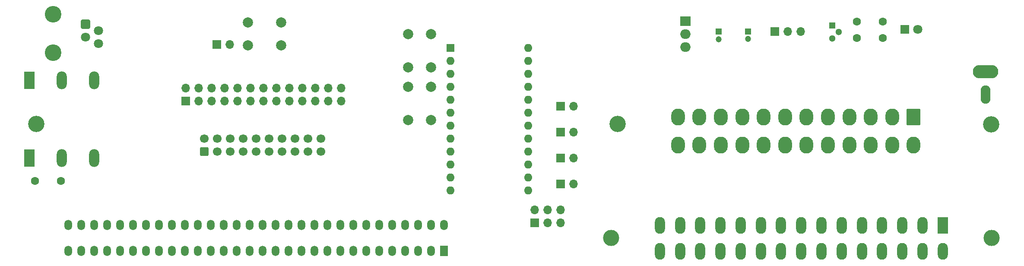
<source format=gbr>
%TF.GenerationSoftware,KiCad,Pcbnew,7.0.5*%
%TF.CreationDate,2024-11-28T08:35:35+00:00*%
%TF.ProjectId,Lisa_Floppy_Power,4c697361-5f46-46c6-9f70-70795f506f77,rev?*%
%TF.SameCoordinates,Original*%
%TF.FileFunction,Soldermask,Bot*%
%TF.FilePolarity,Negative*%
%FSLAX46Y46*%
G04 Gerber Fmt 4.6, Leading zero omitted, Abs format (unit mm)*
G04 Created by KiCad (PCBNEW 7.0.5) date 2024-11-28 08:35:35*
%MOMM*%
%LPD*%
G01*
G04 APERTURE LIST*
G04 Aperture macros list*
%AMRoundRect*
0 Rectangle with rounded corners*
0 $1 Rounding radius*
0 $2 $3 $4 $5 $6 $7 $8 $9 X,Y pos of 4 corners*
0 Add a 4 corners polygon primitive as box body*
4,1,4,$2,$3,$4,$5,$6,$7,$8,$9,$2,$3,0*
0 Add four circle primitives for the rounded corners*
1,1,$1+$1,$2,$3*
1,1,$1+$1,$4,$5*
1,1,$1+$1,$6,$7*
1,1,$1+$1,$8,$9*
0 Add four rect primitives between the rounded corners*
20,1,$1+$1,$2,$3,$4,$5,0*
20,1,$1+$1,$4,$5,$6,$7,0*
20,1,$1+$1,$6,$7,$8,$9,0*
20,1,$1+$1,$8,$9,$2,$3,0*%
G04 Aperture macros list end*
%ADD10C,3.200000*%
%ADD11R,1.500000X2.000000*%
%ADD12O,1.500000X2.000000*%
%ADD13R,1.700000X1.700000*%
%ADD14O,1.700000X1.700000*%
%ADD15R,1.600000X1.600000*%
%ADD16O,1.600000X1.600000*%
%ADD17R,1.800000X1.800000*%
%ADD18C,1.800000*%
%ADD19RoundRect,0.250000X0.600000X-0.600000X0.600000X0.600000X-0.600000X0.600000X-0.600000X-0.600000X0*%
%ADD20C,1.700000*%
%ADD21C,1.600000*%
%ADD22C,2.000000*%
%ADD23R,1.200000X1.200000*%
%ADD24C,1.200000*%
%ADD25O,5.004000X2.604000*%
%ADD26O,1.904000X3.604000*%
%ADD27R,1.300000X1.300000*%
%ADD28C,1.300000*%
%ADD29C,3.250000*%
%ADD30RoundRect,0.250000X-0.650000X0.650000X-0.650000X-0.650000X0.650000X-0.650000X0.650000X0.650000X0*%
%ADD31C,3.175000*%
%ADD32R,2.000000X3.300000*%
%ADD33O,2.000000X3.300000*%
%ADD34R,2.000000X3.500000*%
%ADD35O,2.000000X3.500000*%
%ADD36R,2.000000X1.905000*%
%ADD37O,2.000000X1.905000*%
%ADD38RoundRect,0.250001X1.099999X1.399999X-1.099999X1.399999X-1.099999X-1.399999X1.099999X-1.399999X0*%
%ADD39O,2.700000X3.300000*%
G04 APERTURE END LIST*
D10*
%TO.C,REF\u002A\u002A*%
X168880000Y-61000000D03*
%TD*%
%TO.C,REF\u002A\u002A*%
X54900000Y-61000000D03*
%TD*%
%TO.C,REF\u002A\u002A*%
X242060000Y-61050000D03*
%TD*%
D11*
%TO.C,J16*%
X134818500Y-85888500D03*
D12*
X134818500Y-80808500D03*
X132278500Y-85888500D03*
X132278500Y-80808500D03*
X129738500Y-85888500D03*
X129738500Y-80808500D03*
X127198500Y-85888500D03*
X127198500Y-80808500D03*
X124658500Y-85888500D03*
X124658500Y-80808500D03*
X122118500Y-85888500D03*
X122118500Y-80808500D03*
X119578500Y-85888500D03*
X119578500Y-80808500D03*
X117038500Y-85888500D03*
X117038500Y-80808500D03*
X114498500Y-85888500D03*
X114498500Y-80808500D03*
X111958500Y-85888500D03*
X111958500Y-80808500D03*
X109418500Y-85888500D03*
X109418500Y-80808500D03*
X106878500Y-85888500D03*
X106878500Y-80808500D03*
X104338500Y-85888500D03*
X104338500Y-80808500D03*
X101798500Y-85888500D03*
X101798500Y-80808500D03*
X99258500Y-85888500D03*
X99258500Y-80808500D03*
X96718500Y-85888500D03*
X96718500Y-80808500D03*
X94178500Y-85888500D03*
X94178500Y-80808500D03*
X91638500Y-85888500D03*
X91638500Y-80808500D03*
X89098500Y-85888500D03*
X89098500Y-80808500D03*
X86558500Y-85888500D03*
X86558500Y-80808500D03*
X84018500Y-85888500D03*
X84018500Y-80808500D03*
X81478500Y-85888500D03*
X81478500Y-80808500D03*
X78938500Y-85888500D03*
X78938500Y-80808500D03*
X76398500Y-85888500D03*
X76398500Y-80808500D03*
X73858500Y-85888500D03*
X73858500Y-80808500D03*
X71318500Y-85888500D03*
X71318500Y-80808500D03*
X68778500Y-85888500D03*
X68778500Y-80808500D03*
X66238500Y-85888500D03*
X66238500Y-80808500D03*
X63698500Y-85888500D03*
X63698500Y-80808500D03*
X61158500Y-85888500D03*
X61158500Y-80808500D03*
%TD*%
D13*
%TO.C,J5*%
X157700000Y-62621900D03*
D14*
X160240000Y-62621900D03*
%TD*%
D15*
%TO.C,J15*%
X136110000Y-46111900D03*
D16*
X136110000Y-48651900D03*
X136110000Y-51191900D03*
X136110000Y-53731900D03*
X136110000Y-56271900D03*
X136110000Y-58811900D03*
X136110000Y-61351900D03*
X136110000Y-63891900D03*
X136110000Y-66431900D03*
X136110000Y-68971900D03*
X136110000Y-71511900D03*
X136110000Y-74051900D03*
X151350000Y-74051900D03*
X151350000Y-71511900D03*
X151350000Y-68971900D03*
X151350000Y-66431900D03*
X151350000Y-63891900D03*
X151350000Y-61351900D03*
X151350000Y-58811900D03*
X151350000Y-56271900D03*
X151350000Y-53731900D03*
X151350000Y-51191900D03*
X151350000Y-48651900D03*
X151350000Y-46111900D03*
%TD*%
D17*
%TO.C,D1*%
X225120000Y-42470000D03*
D18*
X227660000Y-42470000D03*
%TD*%
D19*
%TO.C,J17*%
X87850000Y-66431900D03*
D20*
X87850000Y-63891900D03*
X90390000Y-66431900D03*
X90390000Y-63891900D03*
X92930000Y-66431900D03*
X92930000Y-63891900D03*
X95470000Y-66431900D03*
X95470000Y-63891900D03*
X98010000Y-66431900D03*
X98010000Y-63891900D03*
X100550000Y-66431900D03*
X100550000Y-63891900D03*
X103090000Y-66431900D03*
X103090000Y-63891900D03*
X105630000Y-66431900D03*
X105630000Y-63891900D03*
X108170000Y-66431900D03*
X108170000Y-63891900D03*
X110710000Y-66431900D03*
X110710000Y-63891900D03*
%TD*%
D21*
%TO.C,R3*%
X215735000Y-40950000D03*
X220815000Y-40950000D03*
%TD*%
D13*
%TO.C,J2*%
X157700000Y-72781900D03*
D14*
X160240000Y-72781900D03*
%TD*%
D22*
%TO.C,SW5*%
X96380000Y-41130000D03*
X102880000Y-41130000D03*
X96380000Y-45630000D03*
X102880000Y-45630000D03*
%TD*%
D23*
%TO.C,C1*%
X188700000Y-42890000D03*
D24*
X188700000Y-44390000D03*
%TD*%
D25*
%TO.C,J14*%
X240960000Y-50780000D03*
D26*
X240960000Y-55280000D03*
%TD*%
D13*
%TO.C,J8*%
X84150000Y-56480000D03*
D14*
X84150000Y-53940000D03*
X86690000Y-56480000D03*
X86690000Y-53940000D03*
X89230000Y-56480000D03*
X89230000Y-53940000D03*
X91770000Y-56480000D03*
X91770000Y-53940000D03*
X94310000Y-56480000D03*
X94310000Y-53940000D03*
X96850000Y-56480000D03*
X96850000Y-53940000D03*
X99390000Y-56480000D03*
X99390000Y-53940000D03*
X101930000Y-56480000D03*
X101930000Y-53940000D03*
X104470000Y-56480000D03*
X104470000Y-53940000D03*
X107010000Y-56480000D03*
X107010000Y-53940000D03*
X109550000Y-56480000D03*
X109550000Y-53940000D03*
X112090000Y-56480000D03*
X112090000Y-53940000D03*
X114630000Y-56480000D03*
X114630000Y-53940000D03*
%TD*%
D27*
%TO.C,Q1*%
X210970000Y-41670000D03*
D28*
X212240000Y-42940000D03*
X210970000Y-44210000D03*
%TD*%
D13*
%TO.C,J10*%
X90270000Y-45470000D03*
D14*
X92810000Y-45470000D03*
%TD*%
D13*
%TO.C,J11*%
X152620000Y-80401900D03*
D14*
X152620000Y-77861900D03*
X155160000Y-80401900D03*
X155160000Y-77861900D03*
X157700000Y-80401900D03*
X157700000Y-77861900D03*
%TD*%
D21*
%TO.C,R1*%
X220825000Y-44200000D03*
X215745000Y-44200000D03*
%TD*%
D29*
%TO.C,J7*%
X58160000Y-39520000D03*
X58160000Y-47020000D03*
D30*
X64510000Y-41430000D03*
D18*
X67050000Y-42700000D03*
X64510000Y-43970000D03*
X67050000Y-45240000D03*
%TD*%
D31*
%TO.C,J9*%
X167564800Y-83367500D03*
X242164600Y-83367500D03*
D32*
X232578500Y-80888500D03*
D33*
X228618500Y-80888500D03*
X224658500Y-80888500D03*
X220698500Y-80888500D03*
X216738500Y-80888500D03*
X212778500Y-80888500D03*
X208818500Y-80888500D03*
X204858500Y-80888500D03*
X200898500Y-80888500D03*
X196938500Y-80888500D03*
X192978500Y-80888500D03*
X189018500Y-80888500D03*
X185058500Y-80888500D03*
X181098500Y-80888500D03*
X177138500Y-80888500D03*
X232578500Y-85968500D03*
X228618500Y-85968500D03*
X224658500Y-85968500D03*
X220698500Y-85968500D03*
X216738500Y-85968500D03*
X212778500Y-85968500D03*
X208818500Y-85968500D03*
X204858500Y-85968500D03*
X200898500Y-85968500D03*
X196938500Y-85968500D03*
X192978500Y-85968500D03*
X189018500Y-85968500D03*
X185058500Y-85968500D03*
X181098500Y-85968500D03*
X177138500Y-85968500D03*
%TD*%
D34*
%TO.C,J1*%
X53560000Y-52461900D03*
X53560000Y-67701900D03*
D35*
X66260000Y-52461900D03*
X66260000Y-67701900D03*
X59910000Y-52461900D03*
X59910000Y-67701900D03*
%TD*%
D13*
%TO.C,J3*%
X157700000Y-67701900D03*
D14*
X160240000Y-67701900D03*
%TD*%
D13*
%TO.C,JP1*%
X199659000Y-42926000D03*
D14*
X202199000Y-42926000D03*
X204739000Y-42926000D03*
%TD*%
D22*
%TO.C,SW4*%
X132300000Y-53731900D03*
X132300000Y-60231900D03*
X127800000Y-53731900D03*
X127800000Y-60231900D03*
%TD*%
D23*
%TO.C,C2*%
X194380000Y-42867401D03*
D24*
X194380000Y-44367401D03*
%TD*%
D22*
%TO.C,SW3*%
X132300000Y-43421900D03*
X132300000Y-49921900D03*
X127800000Y-43421900D03*
X127800000Y-49921900D03*
%TD*%
D13*
%TO.C,J6*%
X157700000Y-57541900D03*
D14*
X160240000Y-57541900D03*
%TD*%
D36*
%TO.C,U1*%
X182118000Y-40894000D03*
D37*
X182118000Y-43434000D03*
X182118000Y-45974000D03*
%TD*%
D38*
%TO.C,J4*%
X226880000Y-59636900D03*
D39*
X222680000Y-59636900D03*
X218480000Y-59636900D03*
X214280000Y-59636900D03*
X210080000Y-59636900D03*
X205880000Y-59636900D03*
X201680000Y-59636900D03*
X197480000Y-59636900D03*
X193280000Y-59636900D03*
X189080000Y-59636900D03*
X184880000Y-59636900D03*
X180680000Y-59636900D03*
X226880000Y-65136900D03*
X222680000Y-65136900D03*
X218480000Y-65136900D03*
X214280000Y-65136900D03*
X210080000Y-65136900D03*
X205880000Y-65136900D03*
X201680000Y-65136900D03*
X197480000Y-65136900D03*
X193280000Y-65136900D03*
X189080000Y-65136900D03*
X184880000Y-65136900D03*
X180680000Y-65136900D03*
%TD*%
D21*
%TO.C,R2*%
X54620000Y-72210000D03*
X59700000Y-72210000D03*
%TD*%
M02*

</source>
